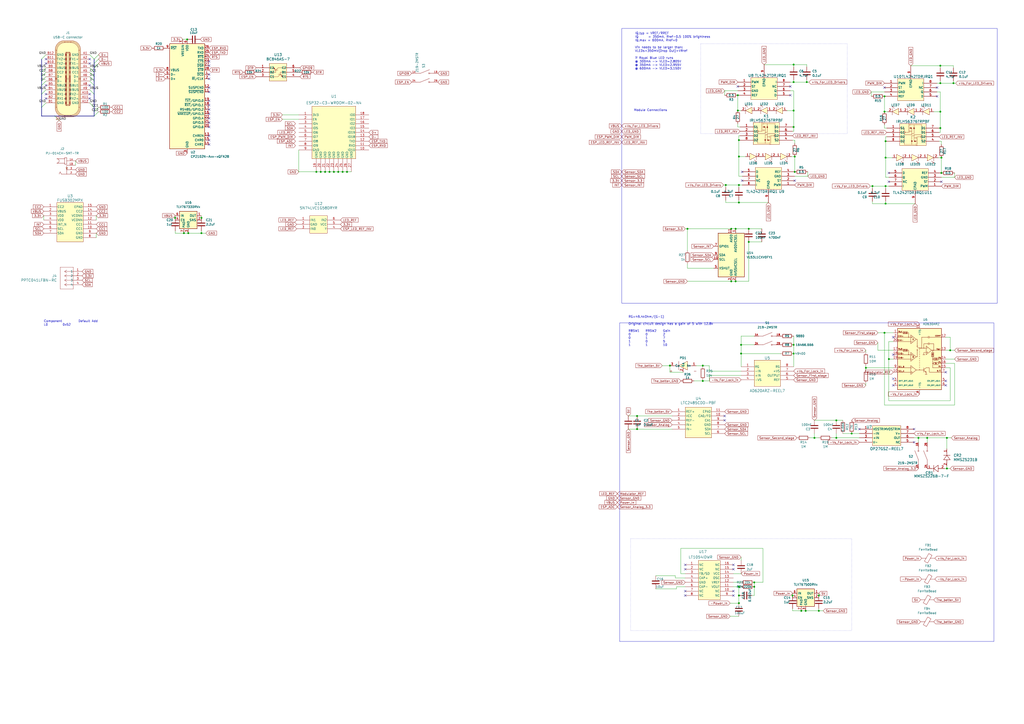
<source format=kicad_sch>
(kicad_sch (version 20230121) (generator eeschema)
  (paper "A2")
  (junction (at 513.08 55.88))
  (junction (at 545.465 74.295))
  (junction (at 537.845 254))
  (junction (at 545.465 38.1))
  (junction (at 108.585 22.86))
  (junction (at 421.005 107.315))
  (junction (at 461.01 90.805))
  (junction (at 437.515 337.82))
  (junction (at 407.67 220.98))
  (junction (at 513.715 107.95))
  (junction (at 461.01 99.695))
  (junction (at 474.98 345.44))
  (junction (at 467.36 354.33))
  (junction (at 467.995 47.625))
  (junction (at 474.98 354.33))
  (junction (at 460.375 64.135))
  (junction (at 424.18 163.195))
  (junction (at 428.625 117.475))
  (junction (at 427.99 55.245))
  (junction (at 201.295 99.695))
  (junction (at 459.74 345.44))
  (junction (at 198.755 99.695))
  (junction (at 506.095 107.95))
  (junction (at 191.135 99.695))
  (junction (at 513.08 64.77))
  (junction (at 472.44 254))
  (junction (at 116.84 126.365))
  (junction (at 428.625 81.28))
  (junction (at 428.625 349.885))
  (junction (at 186.055 99.695))
  (junction (at 464.82 354.33))
  (junction (at 513.715 81.915))
  (junction (at 553.085 48.26))
  (junction (at 549.275 254))
  (junction (at 460.375 37.465))
  (junction (at 193.675 99.695))
  (junction (at 551.18 203.2))
  (junction (at 545.465 48.26))
  (junction (at 460.375 205.105))
  (junction (at 428.625 90.805))
  (junction (at 388.62 212.09))
  (junction (at 428.625 340.36))
  (junction (at 429.895 205.105))
  (junction (at 188.595 99.695))
  (junction (at 426.72 163.195))
  (junction (at 513.715 91.44))
  (junction (at 513.715 118.11))
  (junction (at 513.08 193.04))
  (junction (at 109.22 135.255))
  (junction (at 116.84 135.255))
  (junction (at 106.68 135.255))
  (junction (at 398.78 132.715))
  (junction (at 426.72 132.715))
  (junction (at 502.285 213.36))
  (junction (at 549.275 271.78))
  (junction (at 485.14 243.84))
  (junction (at 515.62 208.28))
  (junction (at 532.765 254))
  (junction (at 429.895 200.025))
  (junction (at 369.57 241.3))
  (junction (at 485.14 254))
  (junction (at 428.625 345.44))
  (junction (at 427.99 64.135))
  (junction (at 460.375 73.66))
  (junction (at 428.625 107.315))
  (junction (at 183.515 99.695))
  (junction (at 101.6 126.365))
  (junction (at 546.1 100.33))
  (junction (at 407.67 212.09))
  (junction (at 460.375 200.025))
  (junction (at 434.34 140.335))
  (junction (at 545.465 64.77))
  (junction (at 424.18 132.715))
  (junction (at 460.375 47.625))
  (junction (at 196.215 99.695))
  (junction (at 437.515 340.36))
  (junction (at 546.1 91.44))
  (junction (at 494.03 251.46))
  (junction (at 434.34 132.715))
  (junction (at 369.57 248.92))
  (no_connect (at 548.64 223.52))
  (no_connect (at 121.285 58.42))
  (no_connect (at 458.47 55.245))
  (no_connect (at 430.53 99.695))
  (no_connect (at 420.37 241.3))
  (no_connect (at 518.16 195.58))
  (no_connect (at 543.56 50.8))
  (no_connect (at 121.285 60.96))
  (no_connect (at 397.51 342.9))
  (no_connect (at 518.16 219.71))
  (no_connect (at 425.45 342.9))
  (no_connect (at 461.01 104.775))
  (no_connect (at 121.285 81.28))
  (no_connect (at 121.285 71.12))
  (no_connect (at 530.225 248.92))
  (no_connect (at 425.45 345.44))
  (no_connect (at 548.64 220.98))
  (no_connect (at 52.07 36.83))
  (no_connect (at 52.07 54.61))
  (no_connect (at 121.285 68.58))
  (no_connect (at 515.62 105.41))
  (no_connect (at 121.285 43.18))
  (no_connect (at 430.53 104.775))
  (no_connect (at 26.67 34.29))
  (no_connect (at 121.285 73.66))
  (no_connect (at 498.475 248.92))
  (no_connect (at 26.67 54.61))
  (no_connect (at 121.285 35.56))
  (no_connect (at 513.08 50.8))
  (no_connect (at 546.1 105.41))
  (no_connect (at 425.45 327.66))
  (no_connect (at 397.51 345.44))
  (no_connect (at 543.56 55.88))
  (no_connect (at 458.47 50.165))
  (no_connect (at 121.285 66.04))
  (no_connect (at 52.07 57.15))
  (no_connect (at 121.285 38.1))
  (no_connect (at 397.51 330.2))
  (no_connect (at 26.67 36.83))
  (no_connect (at 515.62 100.33))
  (no_connect (at 518.16 205.74))
  (no_connect (at 26.67 49.53))
  (no_connect (at 121.285 63.5))
  (no_connect (at 548.64 215.9))
  (no_connect (at 121.285 45.72))
  (no_connect (at 518.16 223.52))
  (no_connect (at 425.45 330.2))
  (no_connect (at 121.285 53.34))
  (no_connect (at 121.285 78.74))
  (no_connect (at 420.37 243.84))
  (no_connect (at 52.07 34.29))
  (no_connect (at 121.285 50.8))
  (no_connect (at 397.51 327.66))
  (no_connect (at 530.225 256.54))
  (no_connect (at 427.99 50.165))
  (no_connect (at 52.07 49.53))
  (no_connect (at 26.67 57.15))
  (no_connect (at 121.285 83.82))
  (bus_entry (at 52.07 52.07) (size 2.54 2.54))
  (bus_entry (at 52.07 59.69) (size 2.54 2.54))
  (bus_entry (at 54.61 36.83) (size 2.54 -2.54))
  (bus_entry (at 52.07 39.37) (size 2.54 2.54))
  (bus_entry (at 52.07 44.45) (size 2.54 2.54))
  (bus_entry (at 52.07 41.91) (size 2.54 2.54))
  (bus_entry (at 26.67 44.45) (size -2.54 2.54))
  (bus_entry (at 26.67 41.91) (size -2.54 2.54))
  (bus_entry (at 54.61 67.31) (size 2.54 -2.54))
  (bus_entry (at 26.67 31.75) (size -2.54 2.54))
  (bus_entry (at 52.07 46.99) (size 2.54 2.54))
  (bus_entry (at 26.67 39.37) (size -2.54 2.54))
  (bus_entry (at 26.67 52.07) (size -2.54 2.54))
  (bus_entry (at 31.75 67.31) (size 2.54 2.54))
  (bus_entry (at 52.07 31.75) (size 2.54 2.54))
  (bus_entry (at 54.61 64.77) (size 2.54 -2.54))
  (bus_entry (at 26.67 46.99) (size -2.54 2.54))
  (bus_entry (at 26.67 59.69) (size -2.54 2.54))
  (bus_entry (at 54.61 39.37) (size 2.54 -2.54))
  (bus_entry (at 54.61 34.29) (size 2.54 -2.54))
  (wire (pts (xy 423.545 357.505) (xy 428.625 357.505)))
  (wire (pts (xy 398.78 155.575) (xy 414.02 155.575)))
  (wire (pts (xy 553.72 102.87) (xy 553.72 100.33)))
  (wire (pts (xy 467.995 37.465) (xy 467.995 38.735)))
  (wire (pts (xy 437.515 340.36) (xy 437.515 345.44)))
  (wire (pts (xy 506.095 107.95) (xy 513.715 107.95)))
  (wire (pts (xy 163.83 66.675) (xy 173.355 66.675)))
  (wire (pts (xy 513.715 79.375) (xy 514.35 79.375)))
  (wire (pts (xy 545.465 38.1) (xy 545.465 39.37)))
  (wire (pts (xy 391.795 335.28) (xy 397.51 335.28)))
  (wire (pts (xy 548.64 213.36) (xy 551.18 213.36)))
  (wire (pts (xy 505.46 53.34) (xy 513.08 53.34)))
  (wire (pts (xy 460.375 73.66) (xy 460.375 76.2)))
  (wire (pts (xy 502.285 203.2) (xy 502.285 204.47)))
  (wire (pts (xy 502.285 213.36) (xy 502.285 214.63)))
  (wire (pts (xy 173.355 99.695) (xy 183.515 99.695)))
  (wire (pts (xy 428.625 117.475) (xy 428.625 116.205)))
  (bus (pts (xy 24.13 34.29) (xy 24.13 41.91)))
  (wire (pts (xy 553.72 234.95) (xy 553.72 210.82)))
  (wire (pts (xy 494.03 251.46) (xy 498.475 251.46)))
  (wire (pts (xy 428.625 102.235) (xy 430.53 102.235)))
  (wire (pts (xy 116.84 135.255) (xy 119.38 135.255)))
  (wire (pts (xy 472.44 254) (xy 474.98 254)))
  (wire (pts (xy 392.43 340.36) (xy 392.43 341.63)))
  (wire (pts (xy 460.375 194.945) (xy 460.375 200.025)))
  (wire (pts (xy 428.625 78.74) (xy 429.26 78.74)))
  (bus (pts (xy 54.61 54.61) (xy 54.61 62.23)))
  (wire (pts (xy 442.595 318.135) (xy 442.595 337.82)))
  (wire (pts (xy 517.525 91.44) (xy 513.715 91.44)))
  (wire (pts (xy 407.67 220.98) (xy 411.48 220.98)))
  (wire (pts (xy 460.375 64.135) (xy 460.375 73.66)))
  (wire (pts (xy 461.01 83.185) (xy 461.01 81.28)))
  (wire (pts (xy 553.72 102.87) (xy 546.1 102.87)))
  (wire (pts (xy 407.67 212.09) (xy 411.48 212.09)))
  (wire (pts (xy 553.72 208.28) (xy 548.64 208.28)))
  (wire (pts (xy 460.375 205.105) (xy 460.375 212.725)))
  (wire (pts (xy 427.99 71.755) (xy 427.99 73.66)))
  (wire (pts (xy 467.995 47.625) (xy 460.375 47.625)))
  (bus (pts (xy 24.13 44.45) (xy 24.13 46.99)))
  (wire (pts (xy 545.465 74.295) (xy 545.465 76.835)))
  (wire (pts (xy 460.375 52.705) (xy 458.47 52.705)))
  (wire (pts (xy 553.72 203.2) (xy 551.18 203.2)))
  (wire (pts (xy 467.36 354.33) (xy 474.98 354.33)))
  (wire (pts (xy 411.48 215.265) (xy 411.48 212.09)))
  (wire (pts (xy 198.755 99.695) (xy 201.295 99.695)))
  (wire (pts (xy 544.83 81.915) (xy 546.1 81.915)))
  (wire (pts (xy 434.34 163.195) (xy 426.72 163.195)))
  (wire (pts (xy 369.57 248.92) (xy 389.89 248.92)))
  (wire (pts (xy 485.14 254) (xy 498.475 254)))
  (wire (pts (xy 472.44 243.84) (xy 485.14 243.84)))
  (wire (pts (xy 544.195 91.44) (xy 546.1 91.44)))
  (wire (pts (xy 437.515 194.945) (xy 429.895 194.945)))
  (wire (pts (xy 515.62 232.41) (xy 515.62 208.28)))
  (wire (pts (xy 513.715 102.87) (xy 513.715 91.44)))
  (wire (pts (xy 423.545 349.885) (xy 428.625 349.885)))
  (wire (pts (xy 420.37 52.705) (xy 427.99 52.705)))
  (wire (pts (xy 513.715 81.915) (xy 514.35 81.915)))
  (wire (pts (xy 369.57 241.3) (xy 389.89 241.3)))
  (wire (pts (xy 506.095 118.11) (xy 506.095 116.84)))
  (wire (pts (xy 429.895 323.215) (xy 429.895 325.12)))
  (wire (pts (xy 442.595 337.82) (xy 437.515 337.82)))
  (wire (pts (xy 506.095 109.22) (xy 506.095 107.95)))
  (wire (pts (xy 513.08 234.95) (xy 553.72 234.95)))
  (wire (pts (xy 532.765 254) (xy 537.845 254)))
  (wire (pts (xy 428.625 340.36) (xy 429.895 340.36)))
  (wire (pts (xy 443.23 37.465) (xy 460.375 37.465)))
  (bus (pts (xy 54.61 62.23) (xy 54.61 64.77)))
  (wire (pts (xy 485.14 251.46) (xy 485.14 254)))
  (wire (pts (xy 392.43 341.63) (xy 380.365 341.63)))
  (wire (pts (xy 116.84 133.985) (xy 116.84 135.255)))
  (wire (pts (xy 460.375 47.625) (xy 458.47 47.625)))
  (wire (pts (xy 546.1 100.33) (xy 546.1 91.44)))
  (wire (pts (xy 460.375 52.705) (xy 460.375 64.135)))
  (wire (pts (xy 419.735 107.315) (xy 421.005 107.315)))
  (wire (pts (xy 397.51 132.715) (xy 398.78 132.715)))
  (wire (pts (xy 474.98 354.33) (xy 477.52 354.33)))
  (wire (pts (xy 43.815 93.345) (xy 43.815 95.885)))
  (bus (pts (xy 24.13 54.61) (xy 24.13 62.23)))
  (wire (pts (xy 398.78 132.715) (xy 424.18 132.715)))
  (wire (pts (xy 504.825 107.95) (xy 506.095 107.95)))
  (wire (pts (xy 428.625 81.28) (xy 428.625 90.805)))
  (bus (pts (xy 54.61 44.45) (xy 54.61 46.99)))
  (wire (pts (xy 513.08 72.39) (xy 513.08 74.295)))
  (wire (pts (xy 456.565 64.135) (xy 460.375 64.135)))
  (wire (pts (xy 429.895 200.025) (xy 429.895 205.105)))
  (wire (pts (xy 553.085 38.1) (xy 553.085 39.37)))
  (wire (pts (xy 502.285 223.52) (xy 502.285 222.25)))
  (bus (pts (xy 24.13 67.31) (xy 31.75 67.31)))
  (wire (pts (xy 429.26 73.66) (xy 427.99 73.66)))
  (wire (pts (xy 183.515 99.695) (xy 186.055 99.695)))
  (wire (pts (xy 388.62 215.9) (xy 388.62 212.09)))
  (wire (pts (xy 420.37 52.705) (xy 420.37 55.245)))
  (wire (pts (xy 429.895 215.265) (xy 411.48 215.265)))
  (wire (pts (xy 425.45 332.74) (xy 429.895 332.74)))
  (wire (pts (xy 437.515 337.82) (xy 437.515 340.36)))
  (wire (pts (xy 513.715 118.11) (xy 506.095 118.11)))
  (wire (pts (xy 545.465 46.99) (xy 545.465 48.26)))
  (wire (pts (xy 459.74 345.44) (xy 459.74 346.71)))
  (wire (pts (xy 460.375 37.465) (xy 467.995 37.465)))
  (wire (pts (xy 428.625 108.585) (xy 428.625 107.315)))
  (wire (pts (xy 425.45 340.36) (xy 428.625 340.36)))
  (wire (pts (xy 398.78 163.195) (xy 424.18 163.195)))
  (wire (pts (xy 459.74 81.28) (xy 461.01 81.28)))
  (wire (pts (xy 513.715 102.87) (xy 515.62 102.87)))
  (wire (pts (xy 485.14 243.84) (xy 488.95 243.84)))
  (wire (pts (xy 513.715 109.22) (xy 513.715 107.95)))
  (wire (pts (xy 55.88 135.255) (xy 55.88 137.795)))
  (wire (pts (xy 432.435 90.805) (xy 428.625 90.805)))
  (wire (pts (xy 537.845 254) (xy 549.275 254)))
  (wire (pts (xy 101.6 126.365) (xy 101.6 127.635)))
  (wire (pts (xy 109.22 135.255) (xy 116.84 135.255)))
  (wire (pts (xy 530.86 118.11) (xy 513.715 118.11)))
  (wire (pts (xy 426.72 132.715) (xy 434.34 132.715)))
  (wire (pts (xy 428.625 78.74) (xy 428.625 81.28)))
  (wire (pts (xy 116.84 125.095) (xy 116.84 126.365)))
  (wire (pts (xy 421.005 107.315) (xy 428.625 107.315)))
  (wire (pts (xy 545.465 76.835) (xy 544.83 76.835)))
  (bus (pts (xy 31.75 67.31) (xy 54.61 67.31)))
  (wire (pts (xy 545.465 64.77) (xy 545.465 74.295)))
  (wire (pts (xy 193.675 99.695) (xy 196.215 99.695)))
  (wire (pts (xy 428.625 345.44) (xy 428.625 340.36)))
  (wire (pts (xy 464.82 354.33) (xy 459.74 354.33)))
  (wire (pts (xy 428.625 102.235) (xy 428.625 90.805)))
  (wire (pts (xy 402.59 220.98) (xy 407.67 220.98)))
  (wire (pts (xy 437.515 200.025) (xy 429.895 200.025)))
  (wire (pts (xy 551.18 203.2) (xy 548.64 203.2)))
  (wire (pts (xy 364.49 241.3) (xy 369.57 241.3)))
  (wire (pts (xy 429.895 205.105) (xy 429.895 212.725)))
  (wire (pts (xy 398.78 153.035) (xy 398.78 155.575)))
  (wire (pts (xy 396.24 215.9) (xy 388.62 215.9)))
  (wire (pts (xy 429.895 64.135) (xy 427.99 64.135)))
  (wire (pts (xy 460.375 200.025) (xy 460.375 205.105)))
  (wire (pts (xy 548.64 195.58) (xy 551.18 195.58)))
  (wire (pts (xy 549.275 260.35) (xy 549.275 254)))
  (wire (pts (xy 397.51 332.74) (xy 394.97 332.74)))
  (wire (pts (xy 545.465 38.1) (xy 553.085 38.1)))
  (bus (pts (xy 54.61 64.77) (xy 54.61 67.31)))
  (wire (pts (xy 445.77 117.475) (xy 428.625 117.475)))
  (bus (pts (xy 54.61 36.83) (xy 54.61 39.37)))
  (wire (pts (xy 467.995 46.355) (xy 467.995 47.625)))
  (wire (pts (xy 116.84 126.365) (xy 116.84 127.635)))
  (wire (pts (xy 509.27 198.755) (xy 509.27 203.2)))
  (bus (pts (xy 24.13 41.91) (xy 24.13 44.45)))
  (wire (pts (xy 201.295 99.695) (xy 203.835 99.695)))
  (wire (pts (xy 513.08 55.88) (xy 513.08 64.77)))
  (wire (pts (xy 163.83 69.215) (xy 173.355 69.215)))
  (bus (pts (xy 54.61 39.37) (xy 54.61 41.91)))
  (wire (pts (xy 394.97 332.74) (xy 394.97 318.135)))
  (bus (pts (xy 24.13 49.53) (xy 24.13 54.61)))
  (wire (pts (xy 551.18 213.36) (xy 551.18 232.41)))
  (wire (pts (xy 392.43 340.36) (xy 397.51 340.36)))
  (wire (pts (xy 191.135 99.695) (xy 193.675 99.695)))
  (wire (pts (xy 424.18 163.195) (xy 426.72 163.195)))
  (wire (pts (xy 429.895 194.945) (xy 429.895 200.025)))
  (bus (pts (xy 54.61 49.53) (xy 54.61 54.61)))
  (wire (pts (xy 551.18 271.78) (xy 549.275 271.78)))
  (wire (pts (xy 428.625 107.315) (xy 430.53 107.315)))
  (wire (pts (xy 469.9 254) (xy 472.44 254)))
  (wire (pts (xy 434.34 132.715) (xy 441.96 132.715)))
  (wire (pts (xy 545.465 53.34) (xy 543.56 53.34)))
  (wire (pts (xy 502.285 212.09) (xy 502.285 213.36)))
  (wire (pts (xy 407.67 220.98) (xy 407.67 220.345)))
  (bus (pts (xy 24.13 46.99) (xy 24.13 49.53)))
  (wire (pts (xy 537.845 256.54) (xy 537.845 254)))
  (wire (pts (xy 502.285 213.36) (xy 518.16 213.36)))
  (wire (pts (xy 549.275 270.51) (xy 549.275 271.78)))
  (wire (pts (xy 474.98 345.44) (xy 474.98 346.71)))
  (wire (pts (xy 509.27 203.2) (xy 518.16 203.2)))
  (wire (pts (xy 459.74 344.17) (xy 459.74 345.44)))
  (wire (pts (xy 528.32 38.1) (xy 545.465 38.1)))
  (wire (pts (xy 545.465 48.26) (xy 543.56 48.26)))
  (wire (pts (xy 424.18 132.715) (xy 426.72 132.715)))
  (wire (pts (xy 514.985 64.77) (xy 513.08 64.77)))
  (wire (pts (xy 549.275 254) (xy 551.815 254)))
  (wire (pts (xy 514.35 74.295) (xy 513.08 74.295)))
  (wire (pts (xy 513.715 79.375) (xy 513.715 81.915)))
  (wire (pts (xy 459.74 354.33) (xy 459.74 353.06)))
  (bus (pts (xy 54.61 41.91) (xy 54.61 44.45)))
  (wire (pts (xy 394.97 318.135) (xy 442.595 318.135)))
  (wire (pts (xy 482.6 254) (xy 485.14 254)))
  (wire (pts (xy 551.18 232.41) (xy 515.62 232.41)))
  (wire (pts (xy 545.465 53.34) (xy 545.465 64.77)))
  (wire (pts (xy 513.715 118.11) (xy 513.715 116.84)))
  (wire (pts (xy 545.465 74.295) (xy 544.83 74.295)))
  (wire (pts (xy 391.795 334.01) (xy 391.795 335.28)))
  (wire (pts (xy 515.62 208.28) (xy 518.16 208.28)))
  (wire (pts (xy 106.045 22.86) (xy 108.585 22.86)))
  (wire (pts (xy 428.625 117.475) (xy 421.005 117.475)))
  (wire (pts (xy 186.055 99.695) (xy 188.595 99.695)))
  (wire (pts (xy 173.355 99.695) (xy 173.355 86.995)))
  (wire (pts (xy 551.18 203.2) (xy 551.18 195.58)))
  (bus (pts (xy 24.13 62.23) (xy 24.13 67.31)))
  (wire (pts (xy 546.1 83.82) (xy 546.1 81.915)))
  (wire (pts (xy 106.68 135.255) (xy 109.22 135.255)))
  (wire (pts (xy 513.08 193.04) (xy 513.08 234.95)))
  (wire (pts (xy 518.16 198.12) (xy 515.62 198.12)))
  (wire (pts (xy 398.78 132.715) (xy 398.78 145.415)))
  (wire (pts (xy 541.655 64.77) (xy 545.465 64.77)))
  (wire (pts (xy 553.085 46.99) (xy 553.085 48.26)))
  (wire (pts (xy 461.01 99.695) (xy 461.01 90.805)))
  (wire (pts (xy 55.88 125.095) (xy 55.88 127.635)))
  (wire (pts (xy 188.595 99.695) (xy 191.135 99.695)))
  (wire (pts (xy 459.105 90.805) (xy 461.01 90.805)))
  (wire (pts (xy 437.515 345.44) (xy 436.245 345.44)))
  (wire (pts (xy 101.6 135.255) (xy 106.68 135.255)))
  (wire (pts (xy 553.72 210.82) (xy 548.64 210.82)))
  (wire (pts (xy 384.175 212.09) (xy 388.62 212.09)))
  (wire (pts (xy 101.6 135.255) (xy 101.6 133.985)))
  (wire (pts (xy 411.48 220.98) (xy 411.48 217.805)))
  (wire (pts (xy 434.34 140.335) (xy 434.34 163.195)))
  (wire (pts (xy 428.625 349.885) (xy 428.625 345.44)))
  (wire (pts (xy 25.4 125.095) (xy 25.4 127.635)))
  (wire (pts (xy 421.005 117.475) (xy 421.005 116.205)))
  (wire (pts (xy 505.46 53.34) (xy 505.46 55.88)))
  (wire (pts (xy 460.375 76.2) (xy 459.74 76.2)))
  (wire (pts (xy 407.67 212.09) (xy 407.67 212.725)))
  (wire (pts (xy 474.98 344.17) (xy 474.98 345.44)))
  (wire (pts (xy 434.34 140.335) (xy 441.96 140.335)))
  (wire (pts (xy 427.99 55.245) (xy 427.99 64.135)))
  (wire (pts (xy 509.27 193.04) (xy 513.08 193.04)))
  (wire (pts (xy 553.085 48.26) (xy 545.465 48.26)))
  (wire (pts (xy 513.715 107.95) (xy 515.62 107.95)))
  (wire (pts (xy 468.63 102.235) (xy 461.01 102.235)))
  (wire (pts (xy 513.08 193.04) (xy 518.16 193.04)))
  (wire (pts (xy 452.755 205.105) (xy 429.895 205.105)))
  (wire (pts (xy 469.265 47.625) (xy 467.995 47.625)))
  (wire (pts (xy 468.63 102.235) (xy 468.63 99.695)))
  (wire (pts (xy 460.375 46.355) (xy 460.375 47.625)))
  (wire (pts (xy 460.375 73.66) (xy 459.74 73.66)))
  (bus (pts (xy 54.61 34.29) (xy 54.61 36.83)))
  (wire (pts (xy 464.82 354.33) (xy 467.36 354.33)))
  (wire (pts (xy 421.005 108.585) (xy 421.005 107.315)))
  (wire (pts (xy 460.375 37.465) (xy 460.375 38.735)))
  (wire (pts (xy 513.715 81.915) (xy 513.715 91.44)))
  (wire (pts (xy 554.355 48.26) (xy 553.085 48.26)))
  (wire (pts (xy 364.49 248.92) (xy 369.57 248.92)))
  (wire (pts (xy 549.275 271.78) (xy 548.005 271.78)))
  (wire (pts (xy 472.44 251.46) (xy 472.44 254)))
  (wire (pts (xy 101.6 125.095) (xy 101.6 126.365)))
  (wire (pts (xy 380.365 334.01) (xy 391.795 334.01)))
  (wire (pts (xy 428.625 81.28) (xy 429.26 81.28)))
  (wire (pts (xy 411.48 217.805) (xy 429.895 217.805)))
  (wire (pts (xy 425.45 337.82) (xy 429.895 337.82)))
  (wire (pts (xy 196.215 99.695) (xy 198.755 99.695)))
  (wire (pts (xy 515.62 198.12) (xy 515.62 208.28)))
  (wire (pts (xy 474.98 353.06) (xy 474.98 354.33)))
  (wire (pts (xy 532.765 256.54) (xy 532.765 254)))
  (wire (pts (xy 488.95 251.46) (xy 494.03 251.46)))
  (wire (pts (xy 403.86 212.09) (xy 407.67 212.09)))
  (bus (pts (xy 54.61 49.53) (xy 54.61 46.99)))
  (wire (pts (xy 530.225 254) (xy 532.765 254)))
  (rectangle (start 359.41 187.325) (end 576.58 372.11))
  (rectangle (start 365.76 312.42) (end 494.03 365.76) (stroke (width 0) (type dot)))
  (rectangle (start 360.68 16.51) (end 578.485 175.895))
  (rectangle (start 406.4 25.4) (end 491.49 77.47) (stroke (width 0) (type dot)))
  (text "RG=49.4kOhm/(G-1)\n\nOriginal circuit design has a gain of 5 with 12.8k\n\nR8SW1	R9SW2	Gain\n0		0		2\n0		1		7\n1		0		5\n1		1		10\n\n\n" (at 364.49 205.105 0) (effects (font (size 1.27 1.27)) (justify left bottom)))
  (text "Module Connections\n" (at 367.665 64.77 0) (effects (font (size 1.27 1.27)) (justify left bottom)))
  (text "Component		Default Add\nL0		 0x52\n" (at 25.4 189.23 0) (effects (font (size 1.27 1.27)) (justify left bottom)))
  (text "IQ,typ = VREF/RREF\nIQ 	   = 350mA, Rref-0.5 100% brightness\nIQ,max = 600mA, Rref=0\n\nVin needs to be larger than:\nVLEDs+350mV(Drop Out)+VRref\n\nif Royal Blue LED runs\n@ 300mA -> VLED=2.805V\n@ 350mA -> VLED=2.955V\n@ 600mA -> VLED=3.150V\n" (at 368.3 40.64 0) (effects (font (size 1.27 1.27)) (justify left bottom)))
  (label "D-" (at 26.67 46.99 180))
  (label "VBUS" (at 26.67 39.37 180))
  (label "GND" (at 34.29 69.85 0))
  (label "VBUS" (at 52.07 39.37 0))
  (label "VBUS" (at 52.07 52.07 0))
  (label "GND" (at 52.07 31.75 0))
  (label "D+" (at 52.07 44.45 0))
  (label "CC2" (at 57.15 64.7635 180))
  (label "GND" (at 52.07 59.69 0))
  (label "D-" (at 52.07 46.99 0))
  (label "GND" (at 26.67 59.69 180))
  (label "GND" (at 26.67 31.75 180))
  (label "CC1" (at 52.07 41.91 0))
  (label "VBUS" (at 26.67 52.07 180))
  (label "CC2" (at 26.67 41.91 180))
  (label "CC1" (at 57.15 62.23 180))
  (label "D+" (at 26.67 44.45 180))
  (global_label "LED_REF_INV" (shape input) (at 459.74 78.74 0) (property "Intersheetrefs" "${INTERSHEET_REFS}" (effects hide)))
  (global_label "GPIO9" (shape input) (at 173.99 39.37 0) (property "Intersheetrefs" "${INTERSHEET_REFS}" (effects hide)))
  (global_label "Sensor_Second_stage" (shape input) (at 553.72 203.2 0) (property "Intersheetrefs" "${INTERSHEET_REFS}" (effects hide)))
  (global_label "PWM_DIM" (shape input) (at 427.99 47.625 180) (property "Intersheetrefs" "${INTERSHEET_REFS}" (effects hide)))
  (global_label "Sensor_SDA" (shape input) (at 414.02 147.955 180) (property "Intersheetrefs" "${INTERSHEET_REFS}" (effects hide)))
  (global_label "Sensor_First_stage" (shape input) (at 460.375 217.805 0) (property "Intersheetrefs" "${INTERSHEET_REFS}" (effects hide)))
  (global_label "Sensor_Analog" (shape input) (at 494.03 243.84 0) (property "Intersheetrefs" "${INTERSHEET_REFS}" (effects hide)))
  (global_label "Sensor_GND" (shape input) (at 423.545 357.505 180) (property "Intersheetrefs" "${INTERSHEET_REFS}" (effects hide)))
  (global_label "Power_In" (shape input) (at 459.74 344.17 180) (property "Intersheetrefs" "${INTERSHEET_REFS}" (effects hide)))
  (global_label "GND" (shape input) (at 43.815 100.965 0) (property "Intersheetrefs" "${INTERSHEET_REFS}" (effects hide)))
  (global_label "LED_REF" (shape input) (at 358.14 286.385 180) (property "Intersheetrefs" "${INTERSHEET_REFS}" (effects hide)))
  (global_label "Sensor_Second_stage" (shape input) (at 462.28 254 180) (property "Intersheetrefs" "${INTERSHEET_REFS}" (effects hide)))
  (global_label "Modulator_REF" (shape input) (at 518.16 215.9 180) (property "Intersheetrefs" "${INTERSHEET_REFS}" (effects hide)))
  (global_label "GND" (shape input) (at 360.68 76.2 180) (property "Intersheetrefs" "${INTERSHEET_REFS}" (effects hide)))
  (global_label "LED_GND" (shape input) (at 553.72 102.87 0) (property "Intersheetrefs" "${INTERSHEET_REFS}" (effects hide)))
  (global_label "ESP_LED_REF_INV" (shape input) (at 360.68 82.55 180) (property "Intersheetrefs" "${INTERSHEET_REFS}" (effects hide)))
  (global_label "ESP_RXD" (shape input) (at 213.995 84.455 0) (property "Intersheetrefs" "${INTERSHEET_REFS}" (effects hide)))
  (global_label "DTR" (shape input) (at 121.285 40.64 0) (property "Intersheetrefs" "${INTERSHEET_REFS}" (effects hide)))
  (global_label "ESP_TXD" (shape input) (at 213.995 81.915 0) (property "Intersheetrefs" "${INTERSHEET_REFS}" (effects hide)))
  (global_label "GND" (shape input) (at 43.815 98.425 0) (property "Intersheetrefs" "${INTERSHEET_REFS}" (effects hide)))
  (global_label "CC2" (shape input) (at 64.77 64.77 0) (property "Intersheetrefs" "${INTERSHEET_REFS}" (effects hide)))
  (global_label "GPIO9" (shape input) (at 238.76 42.545 180) (property "Intersheetrefs" "${INTERSHEET_REFS}" (effects hide)))
  (global_label "Sensor_INT" (shape input) (at 360.68 107.315 0) (property "Intersheetrefs" "${INTERSHEET_REFS}" (effects hide)))
  (global_label "LED_REF_INV" (shape input) (at 429.26 76.2 180) (property "Intersheetrefs" "${INTERSHEET_REFS}" (effects hide)))
  (global_label "Sensor_GND" (shape input) (at 472.44 243.84 90) (property "Intersheetrefs" "${INTERSHEET_REFS}" (effects hide)))
  (global_label "LED_GND" (shape input) (at 530.86 118.11 270) (property "Intersheetrefs" "${INTERSHEET_REFS}" (effects hide)))
  (global_label "LED_GND" (shape input) (at 360.68 76.2 0) (property "Intersheetrefs" "${INTERSHEET_REFS}" (effects hide)))
  (global_label "GND" (shape input) (at 254 47.625 0) (property "Intersheetrefs" "${INTERSHEET_REFS}" (effects hide)))
  (global_label "+Vs_For_Lock_in" (shape input) (at 542.29 323.85 0) (property "Intersheetrefs" "${INTERSHEET_REFS}" (effects hide)))
  (global_label "Sensor_GND" (shape input) (at 460.375 220.345 0) (property "Intersheetrefs" "${INTERSHEET_REFS}" (effects hide)))
  (global_label "LED_REF" (shape input) (at 172.085 132.715 180) (property "Intersheetrefs" "${INTERSHEET_REFS}" (effects hide)))
  (global_label "CC1" (shape input) (at 55.88 130.175 0) (property "Intersheetrefs" "${INTERSHEET_REFS}" (effects hide)))
  (global_label "LED_GND" (shape input) (at 505.46 53.34 180) (property "Intersheetrefs" "${INTERSHEET_REFS}" (effects hide)))
  (global_label "Sensor_SCL" (shape input) (at 414.02 150.495 180) (property "Intersheetrefs" "${INTERSHEET_REFS}" (effects hide)))
  (global_label "The_better_GND" (shape input) (at 541.655 360.68 0) (property "Intersheetrefs" "${INTERSHEET_REFS}" (effects hide)))
  (global_label "GND" (shape input) (at 254 42.545 0) (property "Intersheetrefs" "${INTERSHEET_REFS}" (effects hide)))
  (global_label "Sensor_SCL" (shape input) (at 360.68 102.235 0) (property "Intersheetrefs" "${INTERSHEET_REFS}" (effects hide)))
  (global_label "Sensor_3.3" (shape input) (at 397.51 132.715 180) (property "Intersheetrefs" "${INTERSHEET_REFS}" (effects hide)))
  (global_label "-Power_In" (shape input) (at 423.545 349.885 180) (property "Intersheetrefs" "${INTERSHEET_REFS}" (effects hide)))
  (global_label "DTR" (shape input) (at 148.59 39.37 180) (property "Intersheetrefs" "${INTERSHEET_REFS}" (effects hide)))
  (global_label "ESP_EN" (shape input) (at 163.83 69.215 180) (property "Intersheetrefs" "${INTERSHEET_REFS}" (effects hide)))
  (global_label "D+" (shape input) (at 213.995 76.835 0) (property "Intersheetrefs" "${INTERSHEET_REFS}" (effects hide)))
  (global_label "-Vs_For_Lock_in" (shape input) (at 542.29 335.915 0) (property "Intersheetrefs" "${INTERSHEET_REFS}" (effects hide)))
  (global_label "5V" (shape input) (at 474.98 344.17 0) (property "Intersheetrefs" "${INTERSHEET_REFS}" (effects hide)))
  (global_label "+Vs_For_Lock_in" (shape input) (at 460.375 215.265 0) (property "Intersheetrefs" "${INTERSHEET_REFS}" (effects hide)))
  (global_label "GND" (shape input) (at 172.085 130.175 180) (property "Intersheetrefs" "${INTERSHEET_REFS}" (effects hide)))
  (global_label "GND" (shape input) (at 55.88 120.015 0) (property "Intersheetrefs" "${INTERSHEET_REFS}" (effects hide)))
  (global_label "LED_REF_INV" (shape input) (at 544.83 79.375 0) (property "Intersheetrefs" "${INTERSHEET_REFS}" (effects hide)))
  (global_label "LED_REF" (shape input) (at 171.45 76.835 180) (property "Intersheetrefs" "${INTERSHEET_REFS}" (effects hide)))
  (global_label "The_better_5V" (shape input) (at 384.175 212.09 180) (property "Intersheetrefs" "${INTERSHEET_REFS}" (effects hide)))
  (global_label "PWM_DIM" (shape input) (at 461.01 107.315 0) (property "Intersheetrefs" "${INTERSHEET_REFS}" (effects hide)))
  (global_label "GND" (shape input) (at 47.625 157.48 0) (property "Intersheetrefs" "${INTERSHEET_REFS}" (effects hide)))
  (global_label "LED_REF_INV" (shape input) (at 514.35 76.835 180) (property "Intersheetrefs" "${INTERSHEET_REFS}" (effects hide)))
  (global_label "LED_REF" (shape input) (at 172.085 127.635 180) (property "Intersheetrefs" "${INTERSHEET_REFS}" (effects hide)))
  (global_label "Sensor_GND" (shape input) (at 358.14 288.925 0) (property "Intersheetrefs" "${INTERSHEET_REFS}" (effects hide)))
  (global_label "3.3V" (shape input) (at 106.045 22.86 180) (property "Intersheetrefs" "${INTERSHEET_REFS}" (effects hide)))
  (global_label "RTS" (shape input) (at 140.97 41.91 180) (property "Intersheetrefs" "${INTERSHEET_REFS}" (effects hide)))
  (global_label "LED_GND" (shape input) (at 420.37 52.705 180) (property "Intersheetrefs" "${INTERSHEET_REFS}" (effects hide)))
  (global_label "VBUS" (shape input) (at 358.14 291.465 180) (property "Intersheetrefs" "${INTERSHEET_REFS}" (effects hide)))
  (global_label "GND" (shape input) (at 55.88 135.255 0) (property "Intersheetrefs" "${INTERSHEET_REFS}" (effects hide)))
  (global_label "VBUS" (shape input) (at 43.815 93.345 0) (property "Intersheetrefs" "${INTERSHEET_REFS}" (effects hide)))
  (global_label "LED_GND" (shape input) (at 445.77 117.475 270) (property "Intersheetrefs" "${INTERSHEET_REFS}" (effects hide)))
  (global_label "GND" (shape input) (at 119.38 135.255 0) (property "Intersheetrefs" "${INTERSHEET_REFS}" (effects hide)))
  (global_label "Sensor_GND" (shape input) (at 397.51 337.82 180) (property "Intersheetrefs" "${INTERSHEET_REFS}" (effects hide)))
  (global_label "5V" (shape input) (at 364.49 241.3 90) (property "Intersheetrefs" "${INTERSHEET_REFS}" (effects hide)))
  (global_label "INT" (shape input) (at 171.45 84.455 180) (property "Intersheetrefs" "${INTERSHEET_REFS}" (effects hide)))
  (global_label "Power_In" (shape input) (at 358.14 291.465 0) (property "Intersheetrefs" "${INTERSHEET_REFS}" (effects hide)))
  (global_label "Power_In" (shape input) (at 429.895 332.74 0) (property "Intersheetrefs" "${INTERSHEET_REFS}" (effects hide)))
  (global_label "Sensor_GND" (shape input) (at 420.37 238.76 0) (property "Intersheetrefs" "${INTERSHEET_REFS}" (effects hide)))
  (global_label "Sensor_Analog" (shape input) (at 551.815 254 0) (property "Intersheetrefs" "${INTERSHEET_REFS}" (effects hide)))
  (global_label "LED_GND" (shape input) (at 443.23 37.465 90) (property "Intersheetrefs" "${INTERSHEET_REFS}" (effects hide)))
  (global_label "+Vs_For_LED_Drivers" (shape input) (at 419.735 107.315 180) (property "Intersheetrefs" "${INTERSHEET_REFS}" (effects hide)))
  (global_label "Sensor_Analog" (shape input) (at 389.89 246.38 180) (property "Intersheetrefs" "${INTERSHEET_REFS}" (effects hide)))
  (global_label "Power_In" (shape input) (at 534.67 323.85 180) (property "Intersheetrefs" "${INTERSHEET_REFS}" (effects hide)))
  (global_label "VBUS" (shape input) (at 360.68 73.025 180) (property "Intersheetrefs" "${INTERSHEET_REFS}" (effects hide)))
  (global_label "-Vs_For_Lock_in" (shape input) (at 429.895 220.345 180) (property "Intersheetrefs" "${INTERSHEET_REFS}" (effects hide)))
  (global_label "-Vs_For_Lock_in" (shape input) (at 533.4 228.6 180) (property "Intersheetrefs" "${INTERSHEET_REFS}" (effects hide)))
  (global_label "LED_REF_INV" (shape input) (at 360.68 82.55 0) (property "Intersheetrefs" "${INTERSHEET_REFS}" (effects hide)))
  (global_label "Sensor_GND" (shape input) (at 398.78 163.195 180) (property "Intersheetrefs" "${INTERSHEET_REFS}" (effects hide)))
  (global_label "Sensor_GND" (shape input) (at 429.895 323.215 180) (property "Intersheetrefs" "${INTERSHEET_REFS}" (effects hide)))
  (global_label "ESP_PWM_DIM" (shape input) (at 360.68 79.375 180) (property "Intersheetrefs" "${INTERSHEET_REFS}" (effects hide)))
  (global_label "3.3V" (shape input) (at 55.88 125.095 0) (property "Intersheetrefs" "${INTERSHEET_REFS}" (effects hide)))
  (global_label "PWM_DIM" (shape input) (at 546.1 107.95 0) (property "Intersheetrefs" "${INTERSHEET_REFS}" (effects hide)))
  (global_label "GND" (shape input) (at 358.14 288.925 180) (property "Intersheetrefs" "${INTERSHEET_REFS}" (effects hide)))
  (global_label "PWM_DIM" (shape input) (at 513.08 48.26 180) (property "Intersheetrefs" "${INTERSHEET_REFS}" (effects hide)))
  (global_label "Sensor_GND" (shape input) (at 364.49 248.92 270) (property "Intersheetrefs" "${INTERSHEET_REFS}" (effects hide)))
  (global_label "INT" (shape input) (at 25.4 130.175 180) (property "Intersheetrefs" "${INTERSHEET_REFS}" (effects hide)))
  (global_label "+Vs_For_LED_Drivers" (shape input) (at 469.265 47.625 0) (property "Intersheetrefs" "${INTERSHEET_REFS}" (effects hide)))
  (global_label "5V" (shape input) (at 534.035 347.98 180) (property "Intersheetrefs" "${INTERSHEET_REFS}" (effects hide)))
  (global_label "ESP_TXD" (shape input) (at 121.285 30.48 0) (property "Intersheetrefs" "${INTERSHEET_REFS}" (effects hide)))
  (global_label "+Vs_For_LED_Drivers" (shape input) (at 554.355 48.26 0) (property "Intersheetrefs" "${INTERSHEET_REFS}" (effects hide)))
  (global_label "SCL" (shape input) (at 360.68 102.235 180) (property "Intersheetrefs" "${INTERSHEET_REFS}" (effects hide)))
  (global_label "ESP_RXD" (shape input) (at 121.285 27.94 0) (property "Intersheetrefs" "${INTERSHEET_REFS}" (effects hide)))
  (global_label "Sensor_GND" (shape input) (at 502.285 223.52 180) (property "Intersheetrefs" "${INTERSHEET_REFS}" (effects hide)))
  (global_label "Sensor_SDA" (shape input) (at 360.68 99.695 0) (property "Intersheetrefs" "${INTERSHEET_REFS}" (effects hide)))
  (global_label "Sensor_First_stage" (shape input) (at 509.27 193.04 180) (property "Intersheetrefs" "${INTERSHEET_REFS}" (effects hide)))
  (global_label "Sensor_SDA" (shape input) (at 420.37 248.92 0) (property "Intersheetrefs" "${INTERSHEET_REFS}" (effects hide)))
  (global_label "VBUS" (shape input) (at 25.4 122.555 180) (property "Intersheetrefs" "${INTERSHEET_REFS}" (effects hide)))
  (global_label "Sensor_GND" (shape input) (at 509.27 198.755 180) (property "Intersheetrefs" "${INTERSHEET_REFS}" (effects hide)))
  (global_label "The_better_5V" (shape input) (at 389.89 238.76 180) (property "Intersheetrefs" "${INTERSHEET_REFS}" (effects hide)))
  (global_label "3.3V" (shape input) (at 197.485 130.175 0) (property "Intersheetrefs" "${INTERSHEET_REFS}" (effects hide)))
  (global_label "-Vs_For_Lock_in" (shape input) (at 498.475 256.54 180) (property "Intersheetrefs" "${INTERSHEET_REFS}" (effects hide)))
  (global_label "Sensor_GND" (shape input) (at 477.52 354.33 0) (property "Intersheetrefs" "${INTERSHEET_REFS}" (effects hide)))
  (global_label "Sensor_GND" (shape input) (at 534.035 360.68 180) (property "Intersheetrefs" "${INTERSHEET_REFS}" (effects hide)))
  (global_label "GND" (shape input) (at 116.205 22.86 0) (property "Intersheetrefs" "${INTERSHEET_REFS}" (effects hide)))
  (global_label "RTS" (shape input) (at 121.285 33.02 0) (property "Intersheetrefs" "${INTERSHEET_REFS}" (effects hide)))
  (global_label "RTS" (shape input) (at 173.99 44.45 0) (property "Intersheetrefs" "${INTERSHEET_REFS}" (effects hide)))
  (global_label "ESP_ADC" (shape input) (at 171.45 81.915 180) (property "Intersheetrefs" "${INTERSHEET_REFS}" (effects hide)))
  (global_label "+Vs_For_LED_Drivers" (shape input) (at 360.68 73.025 0) (property "Intersheetrefs" "${INTERSHEET_REFS}" (effects hide)))
  (global_label "SCL" (shape input) (at 171.45 71.755 180) (property "Intersheetrefs" "${INTERSHEET_REFS}" (effects hide)))
  (global_label "ESP_PWM_DIM" (shape input) (at 171.45 79.375 180) (property "Intersheetrefs" "${INTERSHEET_REFS}" (effects hide)))
  (global_label "D-" (shape input) (at 57.15 34.29 0) (property "Intersheetrefs" "${INTERSHEET_REFS}" (effects hide)))
  (global_label "3.3V" (shape input) (at 88.265 27.94 180) (property "Intersheetrefs" "${INTERSHEET_REFS}" (effects hide)))
  (global_label "ESP_EN" (shape input) (at 148.59 44.45 180) (property "Intersheetrefs" "${INTERSHEET_REFS}" (effects hide)))
  (global_label "CC2" (shape input) (at 25.4 120.015 180) (property "Intersheetrefs" "${INTERSHEET_REFS}" (effects hide)))
  (global_label "Sensor_3.3" (shape input) (at 360.68 104.775 0) (property "Intersheetrefs" "${INTERSHEET_REFS}" (effects hide)))
  (global_label "+Vs_For_Lock_in" (shape input) (at 502.285 203.2 180) (property "Intersheetrefs" "${INTERSHEET_REFS}" (effects hide)))
  (global_label "3.3V" (shape input) (at 360.68 104.775 180) (property "Intersheetrefs" "${INTERSHEET_REFS}" (effects hide)))
  (global_label "SDA" (shape input) (at 171.45 74.295 180) (property "Intersheetrefs" "${INTERSHEET_REFS}" (effects hide)))
  (global_label "VBUS" (shape input) (at 101.6 125.095 180) (property "Intersheetrefs" "${INTERSHEET_REFS}" (effects hide)))
  (global_label "LED_REF" (shape input) (at 197.485 127.635 0) (property "Intersheetrefs" "${INTERSHEET_REFS}" (effects hide)))
  (global_label "INT" (shape input) (at 360.68 107.315 180) (property "Intersheetrefs" "${INTERSHEET_REFS}" (effects hide)))
  (global_label "3.3V" (shape input) (at 95.885 40.64 180) (property "Intersheetrefs" "${INTERSHEET_REFS}" (effects hide)))
  (global_label "PWM_DIM" (shape input) (at 360.68 79.375 0) (property "Intersheetrefs" "${INTERSHEET_REFS}" (effects hide)))
  (global_label "Sensor_GND" (shape input) (at 551.18 271.78 0) (property "Intersheetrefs" "${INTERSHEET_REFS}" (effects hide)))
  (global_label "-Power_In" (shape input) (at 534.67 335.915 180) (property "Intersheetrefs" "${INTERSHEET_REFS}" (effects hide)))
  (global_label "Sensor_INT" (shape input) (at 414.02 142.875 180) (property "Intersheetrefs" "${INTERSHEET_REFS}" (effects hide)))
  (global_label "ESP_LED_REF_INV" (shape input) (at 197.485 132.715 0) (property "Intersheetrefs" "${INTERSHEET_REFS}" (effects hide)))
  (global_label "3.3V" (shape input) (at 25.4 125.095 180) (property "Intersheetrefs" "${INTERSHEET_REFS}" (effects hide)))
  (global_label "GND" (shape input) (at 108.585 88.9 180) (property "Intersheetrefs" "${INTERSHEET_REFS}" (effects hide)))
  (global_label "ESP_EN" (shape input) (at 238.76 47.625 180) (property "Intersheetrefs" "${INTERSHEET_REFS}" (effects hide)))
  (global_label "CC1" (shape input) (at 55.88 132.715 0) (property "Intersheetrefs" "${INTERSHEET_REFS}" (effects hide)))
  (global_label "SDA" (shape input) (at 47.625 165.1 0) (property "Intersheetrefs" "${INTERSHEET_REFS}" (effects hide)))
  (global_label "D-" (shape input) (at 213.995 79.375 0) (property "Intersheetrefs" "${INTERSHEET_REFS}" (effects hide)))
  (global_label "Sensor_SCL" (shape input) (at 420.37 251.46 0) (property "Intersheetrefs" "${INTERSHEET_REFS}" (effects hide)))
  (global_label "DTR" (shape input) (at 181.61 41.91 0) (property "Intersheetrefs" "${INTERSHEET_REFS}" (effects hide)))
  (global_label "SDA" (shape input) (at 360.68 99.695 180) (property "Intersheetrefs" "${INTERSHEET_REFS}" (effects hide)))
  (global_label "LED_GND" (shape input) (at 468.63 102.235 0) (property "Intersheetrefs" "${INTERSHEET_REFS}" (effects hide)))
  (global_label "+Vs_For_Lock_in" (shape input) (at 533.4 187.96 180) (property "Intersheetrefs" "${INTERSHEET_REFS}" (effects hide)))
  (global_label "The_better_GND" (shape input) (at 394.97 220.98 180) (property "Intersheetrefs" "${INTERSHEET_REFS}" (effects hide)))
  (global_label "SCL" (shape input) (at 47.625 162.56 0) (property "Intersheetrefs" "${INTERSHEET_REFS}" (effects hide)))
  (global_label "ESP_ADC" (shape input) (at 358.14 294.005 180) (property "Intersheetrefs" "${INTERSHEET_REFS}" (effects hide)))
  (global_label "Sensor_GND" (shape input) (at 553.72 208.28 0) (property "Intersheetrefs" "${INTERSHEET_REFS}" (effects hide)))
  (global_label "CC1" (shape input) (at 64.77 62.23 0) (property "Intersheetrefs" "${INTERSHEET_REFS}" (effects hide)))
  (global_label "D+" (shape input) (at 57.15 31.75 0) (property "Intersheetrefs" "${INTERSHEET_REFS}" (effects hide)))
  (global_label "Sensor_Analog_3.3" (shape input) (at 358.14 294.005 0) (property "Intersheetrefs" "${INTERSHEET_REFS}" (effects hide)))
  (global_label "Sensor_GND" (shape input) (at 389.89 243.84 180) (property "Intersheetrefs" "${INTERSHEET_REFS}" (effects hide)))
  (global_label "D+" (shape input) (at 95.885 45.72 180) (property "Intersheetrefs" "${INTERSHEET_REFS}" (effects hide)))
  (global_label "CC2" (shape input) (at 55.88 122.555 0) (property "Intersheetrefs" "${INTERSHEET_REFS}" (effects hide)))
  (global_label "Sensor_GND" (shape input) (at 420.37 246.38 0) (property "Intersheetrefs" "${INTERSHEET_REFS}" (effects hide)))
  (global_label "+Vs_For_Lock_in" (shape input) (at 530.225 251.46 0) (property "Intersheetrefs" "${INTERSHEET_REFS}" (effects hide)))
  (global_label "The_better_5V" (shape input) (at 541.655 347.98 0) (property "Intersheetrefs" "${INTERSHEET_REFS}" (effects hide)))
  (global_label "GND" (shape input) (at 34.29 69.85 270) (property "Intersheetrefs" "${INTERSHEET_REFS}" (effects hide)))
  (global_label "GND" (shape input) (at 173.355 99.695 180) (property "Intersheetrefs" "${INTERSHEET_REFS}" (effects hide)))
  (global_label "SCL" (shape input) (at 25.4 132.715 180) (property "Intersheetrefs" "${INTERSHEET_REFS}" (effects hide)))
  (global_label "Modulator_REF" (shape input) (at 358.14 286.385 0) (property "Intersheetrefs" "${INTERSHEET_REFS}" (effects hide)))
  (global_label "3.3V" (shape input) (at 47.625 160.02 0) (property "Intersheetrefs" "${INTERSHEET_REFS}" (effects hide)))
  (global_label "Sensor_Analog_3.3" (shape input) (at 532.765 271.78 180) (property "Intersheetrefs" "${INTERSHEET_REFS}" (effects hide)))
  (global_label "SDA" (shape input) (at 25.4 135.255 180) (property "Intersheetrefs" "${INTERSHEET_REFS}" (effects hide)))
  (global_label "LED_GND" (shape input) (at 528.32 38.1 90) (property "Intersheetrefs" "${INTERSHEET_REFS}" (effects hide)))
  (global_label "+Vs_For_LED_Drivers" (shape input) (at 504.825 107.95 180) (property "Intersheetrefs" "${INTERSHEET_REFS}" (effects hide)))
  (global_label "VBUS" (shape input) (at 57.15 36.83 0) (property "Intersheetrefs" "${INTERSHEET_REFS}" (effects hide)))
  (global_label "D-" (shape input) (at 95.885 43.18 180) (property "Intersheetrefs" "${INTERSHEET_REFS}" (effects hide)))
  (global_label "3.3V" (shape input) (at 163.83 66.675 180) (property "Intersheetrefs" "${INTERSHEET_REFS}" (effects hide)))
  (symbol (lib_id "LT1054IDWR:LT1054IDWR") (at 412.75 337.82 0) (unit 1)
    (property "Reference" "U17" (at 407.67 320.04 0) (effects (font (size 1.524 1.524))))
    (property "Value" "LT1054IDWR" (at 406.4 323.215 0) (effects (font (size 1.524 1.524))))
    (property "Footprint" "footprints:DW16" (effects hide))
    (property "Datasheet" "LT1054IDWR" (effects hide))
  )
  (symbol (lib_id "LTC2485CDD_PBF:LTC2485CDD-PBF") (at 405.13 246.38 0) (unit 1)
    (property "Reference" "U4" (at 405.13 231.14 0) (effects (font (size 1.524 1.524))))
    (property "Value" "LTC2485CDD-PBF" (at 405.13 233.68 0) (effects (font (size 1.524 1.524))))
    (property "Footprint" "footprints:DFN-10_DD_LIT" (effects hide))
    (property "Datasheet" "LTC2485CDD-PBF" (effects hide))
  )
  (symbol (lib_id "TL4242TDRJRQ1:TL4242TDRJRQ1") (at 530.86 105.41 180) (unit 1)
    (property "Reference" "U11" (at 538.48 111.76 0) (effects (font (size 1.524 1.524))))
    (property "Value" "TL4242TDRJRQ1" (at 527.05 111.76 0) (effects (font (size 1.524 1.524))))
    (property "Footprint" "footprints:DRJ8_3X2P2" (effects hide))
    (property "Datasheet" "TL4242TDRJRQ1" (effects hide))
  )
  (symbol (lib_id "Device:R") (at 60.96 64.77 90) (unit 1)
    (property "Reference" "R2" (at 60.96 66.675 90))
    (property "Value" "100" (at 60.96 64.77 90))
    (property "Footprint" "Resistor_SMD:R_0402_1005Metric" (effects hide))
  )
  (symbol (lib_id "HFS:ODD-42W") (at 396.24 212.09 0) (unit 1)
    (property "Reference" "PD1" (at 396.24 207.645 0))
    (property "Value" "~" (at 396.24 212.09 0))
    (property "Footprint" "Library:ODD-42W" (effects hide))
  )
  (symbol (lib_id "Device:R") (at 427.99 67.945 180) (unit 1)
    (property "Reference" "R4" (at 426.085 67.945 90))
    (property "Value" "27" (at 427.99 67.945 90))
    (property "Footprint" "Resistor_SMD:R_0402_1005Metric" (effects hide))
  )
  (symbol (lib_id "Device:R") (at 456.565 200.025 270) (unit 1)
    (property "Reference" "R8" (at 456.565 200.025 90))
    (property "Value" "16466.666" (at 466.725 200.025 90))
    (property "Footprint" "Resistor_SMD:R_0402_1005Metric" (effects hide))
  )
  (symbol (lib_id "IRLHS6376TRPBF:IRLHS6376TRPBF") (at 444.5 78.74 0) (unit 1)
    (property "Reference" "K1" (at 444.5 67.31 0) (effects (font (size 1.524 1.524))))
    (property "Value" "IRLHS6376TRPBF" (at 444.5 69.85 0) (effects (font (size 1.524 1.524))))
    (property "Footprint" "footprints:PQFN6_IRLHS6376TRPBF_INF" (effects hide))
    (property "Datasheet" "IRLHS6376TRPBF" (effects hide))
  )
  (symbol (lib_id "Device:R") (at 478.79 254 90) (unit 1)
    (property "Reference" "R19" (at 478.79 256.54 90))
    (property "Value" "1M" (at 478.79 259.08 90))
    (property "Footprint" "Resistor_SMD:R_0402_1005Metric" (effects hide))
  )
  (symbol (lib_id "219-2MSTR:219-2MSTR") (at 445.135 197.485 0) (unit 1)
    (property "Reference" "S1" (at 445.135 187.325 0))
    (property "Value" "219-2MSTR" (at 445.135 189.865 0))
    (property "Footprint" "footprints:SW_219-2MSTR" (effects hide))
    (property "PARTREV" "B" (effects hide))
    (property "MANUFACTURER" "CTS" (effects hide))
    (property "MAXIMUM_PACKAGE_HEIGHT" "3.85mm" (effects hide))
    (property "STANDARD" "Manufacturer Recommendations" (effects hide))
  )
  (symbol (lib_id "Device:C") (at 467.995 42.545 0) (unit 1)
    (property "Reference" "C5" (at 471.17 41.275 0) (effects (justify left)))
    (property "Value" "0.1uF" (at 471.17 43.815 0) (effects (justify left)))
    (property "Footprint" "Capacitor_SMD:C_0402_1005Metric" (effects hide))
  )
  (symbol (lib_id "Device:R") (at 549.91 100.33 270) (unit 1)
    (property "Reference" "R18" (at 549.91 97.79 90))
    (property "Value" "0.5" (at 549.91 100.33 90))
    (property "Footprint" "Resistor_SMD:R_0402_1005Metric" (effects hide))
  )
  (symbol (lib_id "Device:C") (at 380.365 337.82 180) (unit 1)
    (property "Reference" "C16" (at 381 335.915 0) (effects (justify right)))
    (property "Value" "10uF" (at 380.365 340.36 0) (effects (justify right)))
    (property "Footprint" "Capacitor_SMD:C_0402_1005Metric" (effects hide))
  )
  (symbol (lib_id "Device:FerriteBead") (at 538.48 323.85 90) (unit 1)
    (property "Reference" "FB1" (at 538.4292 316.23 90))
    (property "Value" "FerriteBead" (at 538.4292 318.77 90))
    (property "Footprint" "LED_SMD:LED_0402_1005Metric" (effects hide))
  )
  (symbol (lib_id "Device:C") (at 101.6 130.175 0) (unit 1)
    (property "Reference" "C20" (at 96.52 127.635 0) (effects (justify left)))
    (property "Value" "1uF" (at 96.52 130.175 0) (effects (justify left)))
    (property "Footprint" "Capacitor_SMD:C_0402_1005Metric" (effects hide))
  )
  (symbol (lib_id "Device:C") (at 429.895 328.93 0) (unit 1)
    (property "Reference" "C18" (at 433.07 327.66 0) (effects (justify left)))
    (property "Value" "2uF" (at 433.07 330.2 0) (effects (justify left)))
    (property "Footprint" "Capacitor_SMD:C_0402_1005Metric" (effects hide))
  )
  (symbol (lib_id "Device:C") (at 472.44 247.65 0) (mirror x) (unit 1)
    (property "Reference" "C3" (at 467.36 248.92 0) (effects (justify left)))
    (property "Value" "100nF" (at 464.82 246.38 0) (effects (justify left)))
    (property "Footprint" "Capacitor_SMD:C_0402_1005Metric" (effects hide))
  )
  (symbol (lib_id "Device:R") (at 424.18 55.245 90) (unit 1)
    (property "Reference" "R3" (at 424.18 57.785 90))
    (property "Value" "0.5" (at 424.18 55.245 90))
    (property "Footprint" "Resistor_SMD:R_0402_1005Metric" (effects hide))
  )
  (symbol (lib_id "HFS:XPEBRY-L1-R250-00P01") (at 530.86 91.44 180) (unit 1)
    (property "Reference" "LED10" (at 530.86 95.25 0))
    (property "Value" "XPEBRY-L1-R250-00P01" (effects hide))
    (property "Footprint" "Library:HFS_LED" (effects hide))
  )
  (symbol (lib_id "Device:C") (at 506.095 113.03 180) (unit 1)
    (property "Reference" "C9" (at 502.92 114.3 0) (effects (justify left)))
    (property "Value" "0.1uF" (at 502.92 111.76 0) (effects (justify left)))
    (property "Footprint" "Capacitor_SMD:C_0402_1005Metric" (effects hide))
  )
  (symbol (lib_id "Device:R") (at 456.565 194.945 270) (unit 1)
    (property "Reference" "R9" (at 456.565 194.945 90))
    (property "Value" "9880" (at 464.185 194.945 90))
    (property "Footprint" "Resistor_SMD:R_0402_1005Metric" (effects hide))
  )
  (symbol (lib_id "OP27:OP27GSZ-REEL7") (at 514.35 252.73 0) (unit 1)
    (property "Reference" "U7" (at 504.19 247.65 0) (effects (font (size 1.524 1.524))))
    (property "Value" "OP27GSZ-REEL7" (at 514.35 260.35 0) (effects (font (size 1.524 1.524))))
    (property "Footprint" "footprints:R_8_ADI" (effects hide))
    (property "Datasheet" "OP27GSZ-REEL7" (effects hide))
  )
  (symbol (lib_id "Device:R") (at 509.27 55.88 90) (unit 1)
    (property "Reference" "R15" (at 509.27 58.42 90))
    (property "Value" "0.5" (at 509.27 55.88 90))
    (property "Footprint" "Resistor_SMD:R_0402_1005Metric" (effects hide))
  )
  (symbol (lib_id "AD620ARZ_REEL7:AD620ARZ-REEL7") (at 445.135 216.535 0) (unit 1)
    (property "Reference" "U5" (at 445.135 207.645 0) (effects (font (size 1.524 1.524))))
    (property "Value" "AD620ARZ-REEL7" (at 445.135 226.695 0) (effects (font (size 1.524 1.524))))
    (property "Footprint" "footprints:R_8_ADI" (effects hide))
    (property "Datasheet" "AD620ARZ-REEL7" (effects hide))
  )
  (symbol (lib_id "SN74LVC1G58DRYR:SN74LVC1G58DRYR") (at 184.785 130.175 0) (unit 1)
    (property "Reference" "U12" (at 184.785 118.11 0) (effects (font (size 1.524 1.524))))
    (property "Value" "SN74LVC1G58DRYR" (at 184.785 120.65 0) (effects (font (size 1.524 1.524))))
    (property "Footprint" "footprints:DRY6" (effects hide))
    (property "Datasheet" "SN74LVC1G58DRYR" (effects hide))
  )
  (symbol (lib_id "BC846AS_7:BC846AS-7") (at 140.97 39.37 0) (unit 1)
    (property "Reference" "U13" (at 161.29 31.75 0) (effects (font (size 1.524 1.524))))
    (property "Value" "BC846AS-7" (at 161.29 34.29 0) (effects (font (size 1.524 1.524))))
    (property "Footprint" "footprints:SOT6_BC846AS-7_DIO" (effects hide))
    (property "Datasheet" "BC846AS-7" (effects hide))
  )
  (symbol (lib_id "PJ-014CH-SMT-TR:PJ-014CH-SMT-TR") (at 38.735 95.885 0) (unit 1)
    (property "Reference" "J2" (at 36.1315 86.36 0))
    (property "Value" "PJ-014CH-SMT-TR" (at 36.1315 88.9 0))
    (property "Footprint" "CUI_PJ-014CH-SMT-TR" (effects hide))
    (property "MANUFACTURER" "CUI INC" (effects hide))
    (property "STANDARD" "Manufacturer recommendations" (effects hide))
  )
  (symbol (lib_id "Device:R") (at 466.09 254 90) (unit 1)
    (property "Reference" "R14" (at 466.09 256.54 90))
    (property "Value" "1M" (at 466.09 259.08 90))
    (property "Footprint" "Resistor_SMD:R_0402_1005Metric" (effects hide))
  )
  (symbol (lib_id "Sensor_Distance:VL53L1CXV0FY1") (at 424.18 147.955 0) (unit 1)
    (property "Reference" "U14" (at 433.07 146.685 0) (effects (justify left)))
    (property "Value" "VL53L1CXV0FY1" (at 433.07 149.225 0) (effects (justify left)))
    (property "Footprint" "Sensor_Distance:ST_VL53L1x" (effects hide))
    (property "Datasheet" "https://www.st.com/resource/en/datasheet/vl53l1x.pdf" (effects hide))
  )
  (symbol (lib_id "TL4242TDRJRQ1:TL4242TDRJRQ1") (at 445.77 104.775 180) (unit 1)
    (property "Reference" "U9" (at 453.39 111.125 0) (effects (font (size 1.524 1.524))))
    (property "Value" "TL4242TDRJRQ1" (at 441.96 111.125 0) (effects (font (size 1.524 1.524))))
    (property "Footprint" "footprints:DRJ8_3X2P2" (effects hide))
    (property "Datasheet" "TL4242TDRJRQ1" (effects hide))
  )
  (symbol (lib_id "Device:C") (at 441.96 136.525 180) (unit 1)
    (property "Reference" "C23" (at 445.77 135.255 0) (effects (justify right)))
    (property "Value" "4700nF" (at 445.77 137.795 0) (effects (justify right)))
    (property "Footprint" "Capacitor_SMD:C_0402_1005Metric" (effects hide))
  )
  (symbol (lib_id "Regulator_Linear:TLV76733DRVx") (at 109.22 127.635 0) (unit 1)
    (property "Reference" "U16" (at 109.22 117.475 0))
    (property "Value" "TLV76733DRVx" (at 109.22 120.015 0))
    (property "Footprint" "Package_SON:WSON-6-1EP_2x2mm_P0.65mm_EP1x1.6mm_ThermalVias" (effects hide))
    (property "Datasheet" "www.ti.com/lit/gpn/TLV767" (effects hide))
  )
  (symbol (lib_id "Device:R") (at 513.08 68.58 180) (unit 1)
    (property "Reference" "R16" (at 511.175 68.58 90))
    (property "Value" "27" (at 513.08 68.58 90))
    (property "Footprint" "Resistor_SMD:R_0402_1005Metric" (effects hide))
  )
  (symbol (lib_id "Device:R") (at 433.705 340.36 90) (unit 1)
    (property "Reference" "R24" (at 429.26 340.36 90))
    (property "Value" "220k" (at 433.705 340.36 90))
    (property "Footprint" "Resistor_SMD:R_0402_1005Metric" (effects hide))
  )
  (symbol (lib_id "Device:R") (at 60.96 62.23 90) (unit 1)
    (property "Reference" "R1" (at 60.96 60.325 90))
    (property "Value" "100" (at 60.96 62.23 90))
    (property "Footprint" "Resistor_SMD:R_0402_1005Metric" (effects hide))
  )
  (symbol (lib_id "Device:R") (at 92.075 27.94 270) (unit 1)
    (property "Reference" "R20" (at 92.075 25.4 90))
    (property "Value" "1k" (at 92.075 27.94 90))
    (property "Footprint" "Resistor_SMD:R_0402_1005Metric" (effects hide))
  )
  (symbol (lib_id "TL4242TDRJRQ1:TL4242TDRJRQ1") (at 528.32 50.8 0) (unit 1)
    (property "Reference" "U10" (at 520.7 44.45 0) (effects (font (size 1.524 1.524))))
    (property "Value" "TL4242TDRJRQ1" (at 532.13 44.45 0) (effects (font (size 1.524 1.524))))
    (property "Footprint" "footprints:DRJ8_3X2P2" (effects hide))
    (property "Datasheet" "TL4242TDRJRQ1" (effects hide))
  )
  (symbol (lib_id "Device:C") (at 513.715 113.03 180) (unit 1)
    (property "Reference" "C10" (at 510.54 114.3 0) (effects (justify left)))
    (property "Value" "4.7uF" (at 510.54 111.76 0) (effects (justify left)))
    (property "Footprint" "Capacitor_SMD:C_0402_1005Metric" (effects hide))
  )
  (symbol (lib_id "Device:R") (at 502.285 218.44 0) (unit 1)
    (property "Reference" "R10" (at 504.19 217.17 0) (effects (justify left)))
    (property "Value" "1M" (at 504.19 219.71 0) (effects (justify left)))
    (property "Footprint" "Resistor_SMD:R_0402_1005Metric" (effects hide))
  )
  (symbol (lib_id "TL4242TDRJRQ1:TL4242TDRJRQ1") (at 443.23 50.165 0) (unit 1)
    (property "Reference" "U8" (at 435.61 43.815 0) (effects (font (size 1.524 1.524))))
    (property "Value" "TL4242TDRJRQ1" (at 447.04 43.815 0) (effects (font (size 1.524 1.524))))
    (property "Footprint" "footprints:DRJ8_3X2P2" (effects hide))
    (property "Datasheet" "TL4242TDRJRQ1" (effects hide))
  )
  (symbol (lib_id "Device:R") (at 407.67 216.535 0) (unit 1)
    (property "Reference" "R25" (at 409.575 215.265 0) (effects (justify left)))
    (property "Value" "10k" (at 409.575 217.805 0) (effects (justify left)))
    (property "Footprint" "Resistor_SMD:R_0402_1005Metric" (effects hide))
  )
  (symbol (lib_id "Device:C") (at 428.625 353.695 0) (unit 1)
    (property "Reference" "C17" (at 426.72 352.425 0) (effects (justify left)))
    (property "Value" "100uF" (at 426.085 355.6 0) (effects (justify left)))
    (property "Footprint" "Capacitor_SMD:C_0402_1005Metric" (effects hide))
  )
  (symbol (lib_id "Device:R") (at 502.285 208.28 0) (unit 1)
    (property "Reference" "R11" (at 504.19 207.01 0) (effects (justify left)))
    (property "Value" "10M" (at 504.19 209.55 0) (effects (justify left)))
    (property "Footprint" "Resistor_SMD:R_0402_1005Metric" (effects hide))
  )
  (symbol (lib_id "Device:R") (at 177.8 41.91 90) (unit 1)
    (property "Reference" "R22" (at 172.72 41.275 90))
    (property "Value" "10k" (at 177.8 41.91 90))
    (property "Footprint" "Resistor_SMD:R_0402_1005Metric" (effects hide))
  )
  (symbol (lib_id "HFS:XPEBRY-L1-R250-00P01") (at 452.12 64.135 0) (unit 1)
    (property "Reference" "LED3" (at 452.12 60.325 0))
    (property "Value" "XPEBRY-L1-R250-00P01" (effects hide))
    (property "Footprint" "Library:HFS_LED" (effects hide))
  )
  (symbol (lib_id "dk_USB-DVI-HDMI-Connectors:12401598E4_2A") (at 39.37 45.72 0) (unit 1)
    (property "Reference" "J1" (at 39.37 19.05 0))
    (property "Value" "USB-C connector" (at 39.37 21.59 0))
    (property "Footprint" "Connector_USB:USB_C_Receptacle_Amphenol_12401610E4-2A_CircularHoles" (effects hide))
    (property "Datasheet" "http://www.amphenol-icc.com/media/wysiwyg/files/drawing/12401598xxx2a.pdf" (effects hide))
    (property "Digi-Key_PN" "12401598E4#2ACT-ND" (effects hide))
    (property "MPN" "12401598E4#2A" (effects hide))
    (property "Category" "Connectors, Interconnects" (effects hide))
    (property "Family" "USB, DVI, HDMI Connectors" (effects hide))
    (property "DK_Datasheet_Link" "http://www.amphenol-icc.com/media/wysiwyg/files/drawing/12401598xxx2a.pdf" (effects hide))
    (property "DK_Detail_Page" "/product-detail/en/amphenol-icc-commercial-products/12401598E4-2A/12401598E4-2ACT-ND/6051824" (effects hide))
    (property "Description" "CONN RCP USB3.1 TYPEC 24P SMD RA" (effects hide))
    (property "Manufacturer" "Amphenol ICC (Commercial Products)" (effects hide))
    (property "Status" "Active" (effects hide))
  )
  (symbol (lib_id "Device:FerriteBead") (at 537.845 347.98 90) (unit 1)
    (property "Reference" "FB3" (at 537.7942 340.36 90))
    (property "Value" "FerriteBead" (at 537.7942 342.9 90))
    (property "Footprint" "LED_SMD:LED_0402_1005Metric" (effects hide))
  )
  (symbol (lib_id "PPTC041LFBN_RC:PPTC041LFBN-RC") (at 47.625 157.48 0) (mirror y) (unit 1)
    (property "Reference" "J4" (at 33.02 160.02 0) (effects (font (size 1.524 1.524)) (justify left)))
    (property "Value" "PPTC041LFBN-RC" (at 33.02 162.56 0) (effects (font (size 1.524 1.524)) (justify left)))
    (property "Footprint" "CONN_PPTC041LFBN-RC_SUL" (effects hide))
    (property "Datasheet" "PPTC041LFBN-RC" (effects hide))
  )
  (symbol (lib_id "Device:C") (at 364.49 245.11 0) (unit 1)
    (property "Reference" "C1" (at 368.3 243.84 0) (effects (justify left)))
    (property "Value" "1uF" (at 368.3 246.38 0) (effects (justify left)))
    (property "Footprint" "Capacitor_SMD:C_0402_1005Metric" (effects hide))
  )
  (symbol (lib_id "Device:R") (at 494.03 247.65 180) (unit 1)
    (property "Reference" "R13" (at 496.57 247.65 90))
    (property "Value" "7K" (at 494.03 247.65 90))
    (property "Footprint" "Resistor_SMD:R_0402_1005Metric" (effects hide))
  )
  (symbol (lib_id "Device:C") (at 434.34 136.525 180) (unit 1)
    (property "Reference" "C22" (at 438.15 135.255 0) (effects (justify right)))
    (property "Value" "100nF" (at 438.15 137.795 0) (effects (justify right)))
    (property "Footprint" "Capacitor_SMD:C_0402_1005Metric" (effects hide))
  )
  (symbol (lib_id "FUSB302MPX:FUSB302MPX") (at 40.64 127.635 0) (unit 1)
    (property "Reference" "U3" (at 40.64 113.665 0) (effects (font (size 1.524 1.524))))
    (property "Value" "FUSB302MPX" (at 40.64 116.205 0) (effects (font (size 1.524 1.524))))
    (property "Footprint" "footprints:MLP14_2P5X2P5_ONS" (effects hide))
    (property "Datasheet" "FUSB302MPX" (effects hide))
  )
  (symbol (lib_id "Device:C") (at 474.98 349.25 0) (unit 1)
    (property "Reference" "C15" (at 477.52 346.71 0) (effects (justify left)))
    (property "Value" "2.2uF" (at 477.52 349.25 0) (effects (justify left)))
    (property "Footprint" "Capacitor_SMD:C_0402_1005Metric" (effects hide))
  )
  (symbol (lib_id "ESP32C3WROOM02:ESP32-C3-WROOM-02-N4") (at 173.355 66.675 0) (unit 1)
    (property "Reference" "U1" (at 193.675 55.88 0) (effects (font (size 1.524 1.524))))
    (property "Value" "ESP32-C3-WROOM-02-N4" (at 193.675 59.69 0) (effects (font (size 1.524 1.524))))
    (property "Footprint" "footprints:IC18_ESP32-C3-WROOM-02-N4_EXP" (effects hide))
    (property "Datasheet" "ESP32-C3-WROOM-02-N4" (effects hide))
  )
  (symbol (lib_id "Device:R") (at 546.1 87.63 0) (unit 1)
    (property "Reference" "R17" (at 548.005 87.63 90))
    (property "Value" "27" (at 546.1 87.63 90))
    (property "Footprint" "Resistor_SMD:R_0402_1005Metric" (effects hide))
  )
  (symbol (lib_id "HFS:XPEBRY-L1-R250-00P01") (at 443.23 64.135 0) (unit 1)
    (property "Reference" "LED2" (at 443.23 60.325 0))
    (property "Value" "XPEBRY-L1-R250-00P01" (effects hide))
    (property "Footprint" "Library:HFS_LED" (effects hide))
  )
  (symbol (lib_id "Device:R") (at 456.565 205.105 270) (unit 1)
    (property "Reference" "R7" (at 456.565 205.105 90))
    (property "Value" "49400" (at 464.185 205.105 90))
    (property "Footprint" "Resistor_SMD:R_0402_1005Metric" (effects hide))
  )
  (symbol (lib_id "HFS:XPEBRY-L1-R250-00P01") (at 434.34 64.135 0) (unit 1)
    (property "Reference" "LED1" (at 434.34 60.325 0))
    (property "Value" "XPEBRY-L1-R250-00P01" (effects hide))
    (property "Footprint" "Library:HFS_LED" (effects hide))
  )
  (symbol (lib_id "Regulator_Linear:TLV76750DRVx") (at 467.36 346.71 0) (unit 1)
    (property "Reference" "U15" (at 467.36 336.55 0))
    (property "Value" "TLV76750DRVx" (at 467.36 339.09 0))
    (property "Footprint" "Package_SON:WSON-6-1EP_2x2mm_P0.65mm_EP1x1.6mm_ThermalVias" (effects hide))
    (property "Datasheet" "www.ti.com/lit/gpn/TLV767" (effects hide))
  )
  (symbol (lib_id "Analog:AD630ARZ") (at 533.4 208.28 0) (unit 1)
    (property "Reference" "U6" (at 535.3559 185.42 0) (effects (justify left)))
    (property "Value" "AD630ARZ" (at 535.3559 187.96 0) (effects (justify left)))
    (property "Footprint" "Package_SO:SOIC-20W_7.5x12.8mm_P1.27mm" (effects hide))
    (property "Datasheet" "https://www.analog.com/media/en/technical-documentation/data-sheets/ad630.pdf" (effects hide))
  )
  (symbol (lib_id "Device:R") (at 433.705 337.82 90) (unit 1)
    (property "Reference" "R23" (at 429.26 337.82 90))
    (property "Value" "20k" (at 433.705 337.82 90))
    (property "Footprint" "Resistor_SMD:R_0402_1005Metric" (effects hide))
  )
  (symbol (lib_id "Device:FerriteBead") (at 537.845 360.68 90) (unit 1)
    (property "Reference" "FB4" (at 537.7942 353.06 90))
    (property "Value" "FerriteBead" (at 537.7942 355.6 90))
    (property "Footprint" "LED_SMD:LED_0402_1005Metric" (effects hide))
  )
  (symbol (lib_id "Device:C") (at 112.395 22.86 90) (unit 1)
    (property "Reference" "C13" (at 112.395 17.145 90))
    (property "Value" "10uF" (at 112.395 19.05 90))
    (property "Footprint" "Capacitor_SMD:C_0402_1005Metric" (effects hide))
  )
  (symbol (lib_id "Device:C") (at 428.625 112.395 180) (unit 1)
    (property "Reference" "C7" (at 425.45 113.665 0) (effects (justify left)))
    (property "Value" "4.7uF" (at 425.45 111.125 0) (effects (justify left)))
    (property "Footprint" "Capacitor_SMD:C_0402_1005Metric" (effects hide))
  )
  (symbol (lib_id "219-2MSTR:219-2MSTR") (at 246.38 45.085 0) (unit 1)
    (property "Reference" "S3" (at 245.745 36.83 90) (effects (justify right)))
    (property "Value" "219-2MSTR" (at 241.935 30.48 90) (effects (justify right)))
    (property "Footprint" "footprints:SW_219-2MSTR" (effects hide))
    (property "PARTREV" "B" (effects hide))
    (property "MANUFACTURER" "CTS" (effects hide))
    (property "MAXIMUM_PACKAGE_HEIGHT" "3.85mm" (effects hide))
    (property "STANDARD" "Manufacturer Recommendations" (effects hide))
  )
  (symbol (lib_id "Device:C") (at 553.085 43.18 0) (unit 1)
    (property "Reference" "C12" (at 556.26 41.91 0) (effects (justify left)))
    (property "Value" "0.1uF" (at 556.26 44.45 0) (effects (justify left)))
    (property "Footprint" "Capacitor_SMD:C_0402_1005Metric" (effects hide))
  )
  (symbol (lib_id "Device:C") (at 432.435 345.44 90) (unit 1)
    (property "Reference" "C19" (at 431.165 347.345 0) (effects (justify left)))
    (property "Value" "0.002uF" (at 434.975 349.25 0) (effects (justify left)))
    (property "Footprint" "Capacitor_SMD:C_0402_1005Metric" (effects hide))
  )
  (symbol (lib_id "Device:R") (at 144.78 41.91 90) (unit 1)
    (property "Reference" "R21" (at 149.86 41.275 90))
    (property "Value" "10k" (at 144.78 41.91 90))
    (property "Footprint" "Resistor_SMD:R_0402_1005Metric" (effects hide))
  )
  (symbol (lib_id "HFS:XPEBRY-L1-R250-00P01") (at 436.88 90.805 180) (unit 1)
    (property "Reference" "LED6" (at 436.88 94.615 0))
    (property "Value" "XPEBRY-L1-R250-00P01" (effects hide))
    (property "Footprint" "Library:HFS_LED" (effects hide))
  )
  (symbol (lib_id "Device:R") (at 464.82 99.695 270) (unit 1)
    (property "Reference" "R5" (at 464.82 97.155 90))
    (property "Value" "0.5" (at 464.82 99.695 90))
    (property "Footprint" "Resistor_SMD:R_0402_1005Metric" (effects hide))
  )
  (symbol (lib_id "MMSZ5231B:MMSZ5231B") (at 549.275 270.51 90) (unit 1)
    (property "Reference" "CR2" (at 553.085 264.16 90) (effects (font (size 1.524 1.524)) (justify right)))
    (property "Value" "MMSZ5231B" (at 553.085 266.7 90) (effects (font (size 1.524 1.524)) (justify right)))
    (property "Footprint" "footprints:SOD123_FAS" (effects hide))
    (property "Datasheet" "MMSZ5231B" (effects hide))
  )
  (symbol (lib_id "Device:FerriteBead") (at 538.48 335.915 90) (unit 1)
    (property "Reference" "FB2" (at 538.4292 328.295 90))
    (property "Value" "FerriteBead" (at 538.4292 330.835 90))
    (property "Footprint" "LED_SMD:LED_0402_1005Metric" (effects hide))
  )
  (symbol (lib_id "Device:C") (at 369.57 245.11 0) (unit 1)
    (property "Reference" "C2" (at 373.38 243.84 0) (effects (justify left)))
    (property "Value" "0.1uF" (at 373.38 246.38 0) (effects (justify left)))
    (property "Footprint" "Capacitor_SMD:C_0402_1005Metric" (effects hide))
  )
  (symbol (lib_id "Device:C") (at 460.375 42.545 0) (unit 1)
    (property "Reference" "C6" (at 463.55 41.275 0) (effects (justify left)))
    (property "Value" "4.7uF" (at 463.55 43.815 0) (effects (justify left)))
    (property "Footprint" "Capacitor_SMD:C_0402_1005Metric" (effects hide))
  )
  (symbol (lib_id "Device:R") (at 461.01 86.995 0) (unit 1)
    (property "Reference" "R6" (at 462.915 86.995 90))
    (property "Value" "27" (at 461.01 86.995 90))
    (property "Footprint" "Resistor_SMD:R_0402_1005Metric" (effects hide))
  )
  (symbol (lib_id "HFS:XPEBRY-L1-R250-00P01") (at 528.32 64.77 0) (unit 1)
    (property "Reference" "LED9" (at 528.32 60.96 0))
    (property "Value" "XPEBRY-L1-R250-00P01" (effects hide))
    (property "Footprint" "Library:HFS_LED" (effects hide))
  )
  (symbol (lib_id "219-2MSTR:219-2MSTR") (at 535.305 264.16 90) (unit 1)
    (property "Reference" "S2" (at 527.05 264.795 90) (effects (justify right)))
    (property "Value" "219-2MSTR" (at 520.7 268.605 90) (effects (justify right)))
    (property "Footprint" "footprints:SW_219-2MSTR" (effects hide))
    (property "PARTREV" "B" (effects hide))
    (property "MANUFACTURER" "CTS" (effects hide))
    (property "MAXIMUM_PACKAGE_HEIGHT" "3.85mm" (effects hide))
    (property "STANDARD" "Manufacturer Recommendations" (effects hide))
  )
  (symbol (lib_id "IRLHS6376TRPBF:IRLHS6376TRPBF") (at 529.59 79.375 0) (unit 1)
    (property "Reference" "K2" (at 529.59 67.945 0) (effects (font (size 1.524 1.524))))
    (property "Value" "IRLHS6376TRPBF" (at 529.59 70.485 0) (effects (font (size 1.524 1.524))))
    (property "Footprint" "footprints:PQFN6_IRLHS6376TRPBF_INF" (effects hide))
    (property "Datasheet" "IRLHS6376TRPBF" (effects hide))
  )
  (symbol (lib_id "HFS:XPEBRY-L1-R250-00P01") (at 537.21 64.77 0) (unit 1)
    (property "Reference" "LED11" (at 537.21 60.96 0))
    (property "Value" "XPEBRY-L1-R250-00P01" (effects hide))
    (property "Footprint" "Library:HFS_LED" (effects hide))
  )
  (symbol (lib_id "HFS:XPEBRY-L1-R250-00P01") (at 454.66 90.805 180) (unit 1)
    (property "Reference" "LED4" (at 454.66 94.615 0))
    (property "Value" "XPEBRY-L1-R250-00P01" (effects hide))
    (property "Footprint" "Library:HFS_LED" (effects hide))
  )
  (symbol (lib_id "Device:C") (at 459.74 349.25 0) (unit 1)
    (property "Reference" "C14" (at 454.66 346.71 0) (effects (justify left)))
    (property "Value" "1uF" (at 454.66 349.25 0) (effects (justify left)))
    (property "Footprint" "Capacitor_SMD:C_0402_1005Metric" (effects hide))
  )
  (symbol (lib_id "Device:R") (at 398.78 220.98 90) (unit 1)
    (property "Reference" "R26" (at 398.78 217.17 90))
    (property "Value" "1k" (at 398.78 219.075 90))
    (property "Footprint" "Resistor_SMD:R_0402_1005Metric" (effects hide))
  )
  (symbol (lib_id "Device:C") (at 421.005 112.395 180) (unit 1)
    (property "Reference" "C8" (at 417.83 113.665 0) (effects (justify left)))
    (property "Value" "0.1uF" (at 417.83 111.125 0) (effects (justify left)))
    (property "Footprint" "Capacitor_SMD:C_0402_1005Metric" (effects hide))
  )
  (symbol (lib_id "Device:R") (at 398.78 149.225 0) (unit 1)
    (property "Reference" "R27" (at 393.7 147.955 0) (effects (justify left)))
    (property "Value" "1k" (at 394.97 150.495 0) (effects (justify left)))
    (property "Footprint" "Resistor_SMD:R_0402_1005Metric" (effects hide))
  )
  (symbol (lib_id "Device:C") (at 116.84 130.175 0) (unit 1)
    (property "Reference" "C21" (at 119.38 127.635 0) (effects (justify left)))
    (property "Value" "2.2uF" (at 119.38 130.175 0) (effects (justify left)))
    (property "Footprint" "Capacitor_SMD:C_0402_1005Metric" (effects hide))
  )
  (symbol (lib_id "HFS:XPEBRY-L1-R250-00P01") (at 519.43 64.77 0) (unit 1)
    (property "Reference" "LED7" (at 519.43 60.96 0))
    (property "Value" "XPEBRY-L1-R250-00P01" (effects hide))
    (property "Footprint" "Library:HFS_LED" (effects hide))
  )
  (symbol (lib_id "MMSZ5226B:MMSZ5226B-7-F") (at 548.005 271.78 180) (unit 1)
    (property "Reference" "CR1" (at 539.115 274.32 0) (effects (font (size 1.524 1.524))))
    (property "Value" "MMSZ5226B-7-F" (at 540.385 276.225 0) (effects (font (size 1.524 1.524))))
    (property "Footprint" "footprints:SOD123_DIO" (effects hide))
    (property "Datasheet" "MMSZ5226B-7-F" (effects hide))
  )
  (symbol (lib_id "HFS:XPEBRY-L1-R250-00P01") (at 539.75 91.44 180) (unit 1)
    (property "Reference" "LED12" (at 539.75 95.25 0))
    (property "Value" "XPEBRY-L1-R250-00P01" (effects hide))
    (property "Footprint" "Library:HFS_LED" (effects hide))
  )
  (symbol (lib_id "HFS:XPEBRY-L1-R250-00P01") (at 521.97 91.44 180) (unit 1)
    (property "Reference" "LED8" (at 521.97 95.25 0))
    (property "Value" "XPEBRY-L1-R250-00P01" (effects hide))
    (property "Footprint" "Library:HFS_LED" (effects hide))
  )
  (symbol (lib_id "Interface_USB:CP2102N-Axx-xQFN28") (at 108.585 55.88 0) (unit 1)
    (property "Reference" "U2" (at 110.5409 88.265 0) (effects (justify left)))
    (property "Value" "CP2102N-Axx-xQFN28" (at 110.5409 90.805 0) (effects (justify left)))
    (property "Footprint" "Package_DFN_QFN:QFN-28-1EP_5x5mm_P0.5mm_EP3.35x3.35mm" (effects hide))
    (property "Datasheet" "https://www.silabs.com/documents/public/data-sheets/cp2102n-datasheet.pdf" (effects hide))
  )
  (symbol (lib_id "HFS:XPEBRY-L1-R250-00P01") (at 445.77 90.805 180) (unit 1)
    (property "Reference" "LED5" (at 445.77 94.615 0))
    (property "Value" "XPEBRY-L1-R250-00P01" (effects hide))
    (property "Footprint" "Library:HFS_LED" (effects hide))
  )
  (symbol (lib_id "Device:C") (at 485.14 247.65 0) (mirror x) (unit 1)
    (property "Reference" "C4" (at 480.06 248.92 0) (effects (justify left)))
    (property "Value" "100nF" (at 477.52 246.38 0) (effects (justify left)))
    (property "Footprint" "Capacitor_SMD:C_0402_1005Metric" (effects hide))
  )
  (symbol (lib_id "Device:C") (at 545.465 43.18 0) (unit 1)
    (property "Reference" "C11" (at 548.64 41.91 0) (effects (justify left)))
    (property "Value" "4.7uF" (at 548.64 44.45 0) (effects (justify left)))
    (property "Footprint" "Capacitor_SMD:C_0402_1005Metric" (effects hide))
  )
  (symbol (lib_id "Device:R") (at 488.95 247.65 180) (unit 1)
    (property "Reference" "R12" (at 491.49 247.65 90))
    (property "Value" "6.66K" (at 488.95 247.65 90))
    (property "Footprint" "Resistor_SMD:R_0402_1005Metric" (effects hide))
  )
)
</source>
